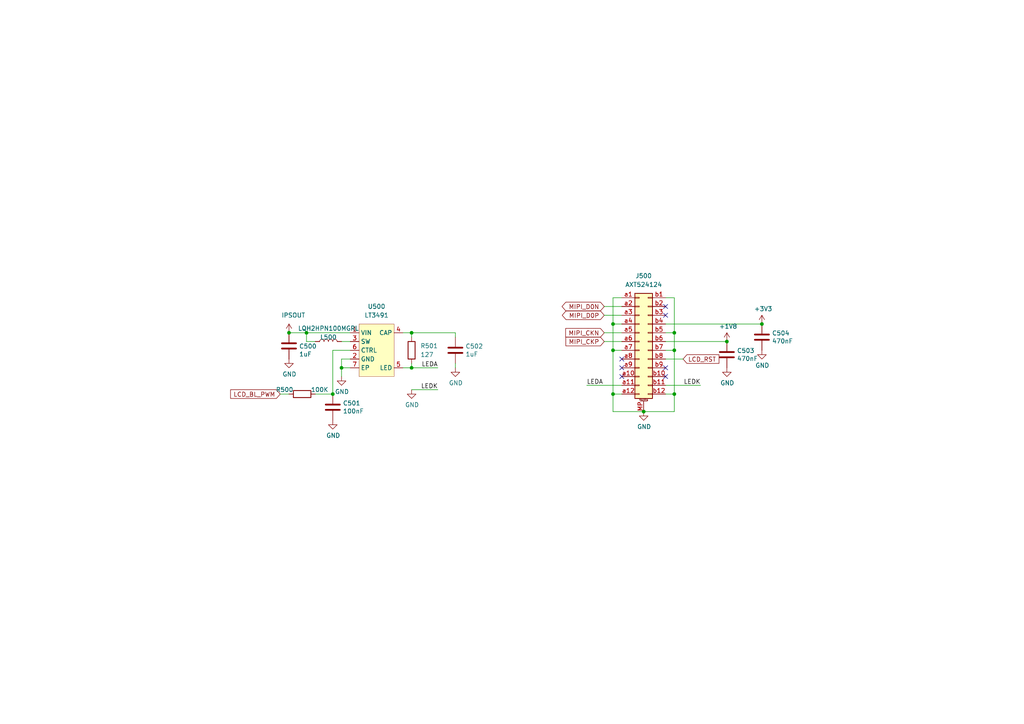
<source format=kicad_sch>
(kicad_sch (version 20210126) (generator eeschema)
  (paper "A4")
  (title_block (title "Fobu") (date "2021-02-17") (rev "0.3") (company "Wenting Zhang") (comment 1 "zephray@outlook.com"))
  (lib_symbols
    (symbol "Connector_Generic_MountingPin:Conn_02x12_Row_Letter_First_MountingPin" (pin_names (offset 1.016) hide)
      (property "Reference" "J" (at 1.27 15.24 0))
      (property "Value" "Conn_02x12_Row_Letter_First_MountingPin" (at 2.54 -17.78 0))
      (symbol "Conn_02x12_Row_Letter_First_MountingPin_1_1"
        (text "Mounting" (at 1.27 -16.891 0) (effects (font (size 0.381 0.381))))
        (rectangle (start -1.27 -15.113) (end 0 -15.367) (stroke (width 0.1524)))
        (rectangle (start -1.27 -12.573) (end 0 -12.827) (stroke (width 0.1524)))
        (rectangle (start -1.27 -10.033) (end 0 -10.287) (stroke (width 0.1524)))
        (rectangle (start -1.27 -7.493) (end 0 -7.747) (stroke (width 0.1524)))
        (rectangle (start -1.27 -4.953) (end 0 -5.207) (stroke (width 0.1524)))
        (rectangle (start -1.27 -2.413) (end 0 -2.667) (stroke (width 0.1524)))
        (rectangle (start -1.27 0.127) (end 0 -0.127) (stroke (width 0.1524)))
        (rectangle (start -1.27 2.667) (end 0 2.413) (stroke (width 0.1524)))
        (rectangle (start -1.27 5.207) (end 0 4.953) (stroke (width 0.1524)))
        (rectangle (start -1.27 7.747) (end 0 7.493) (stroke (width 0.1524)))
        (rectangle (start -1.27 10.287) (end 0 10.033) (stroke (width 0.1524)))
        (rectangle (start -1.27 12.827) (end 0 12.573) (stroke (width 0.1524)))
        (rectangle (start 3.81 -15.113) (end 2.54 -15.367) (stroke (width 0.1524)))
        (rectangle (start 3.81 -12.573) (end 2.54 -12.827) (stroke (width 0.1524)))
        (rectangle (start 3.81 -10.033) (end 2.54 -10.287) (stroke (width 0.1524)))
        (rectangle (start 3.81 -7.493) (end 2.54 -7.747) (stroke (width 0.1524)))
        (rectangle (start 3.81 -4.953) (end 2.54 -5.207) (stroke (width 0.1524)))
        (rectangle (start 3.81 -2.413) (end 2.54 -2.667) (stroke (width 0.1524)))
        (rectangle (start 3.81 0.127) (end 2.54 -0.127) (stroke (width 0.1524)))
        (rectangle (start 3.81 2.667) (end 2.54 2.413) (stroke (width 0.1524)))
        (rectangle (start 3.81 5.207) (end 2.54 4.953) (stroke (width 0.1524)))
        (rectangle (start 3.81 7.747) (end 2.54 7.493) (stroke (width 0.1524)))
        (rectangle (start 3.81 10.287) (end 2.54 10.033) (stroke (width 0.1524)))
        (rectangle (start 3.81 12.827) (end 2.54 12.573) (stroke (width 0.1524)))
        (rectangle (start -1.27 13.97) (end 3.81 -16.51) (stroke (width 0.254)) (fill (type background)))
        (polyline (pts (xy 0.254 -17.272) (xy 2.286 -17.272)) (stroke (width 0.1524)))
        (pin passive line (at 1.27 -20.32 90) (length 3.048) (name "MountPin") (number "MP"))
        (pin passive line (at -5.08 12.7 0) (length 3.81) (name "Pin_a1") (number "a1"))
        (pin passive line (at -5.08 -10.16 0) (length 3.81) (name "Pin_a10") (number "a10"))
        (pin passive line (at -5.08 -12.7 0) (length 3.81) (name "Pin_a11") (number "a11"))
        (pin passive line (at -5.08 -15.24 0) (length 3.81) (name "Pin_a12") (number "a12"))
        (pin passive line (at -5.08 10.16 0) (length 3.81) (name "Pin_a2") (number "a2"))
        (pin passive line (at -5.08 7.62 0) (length 3.81) (name "Pin_a3") (number "a3"))
        (pin passive line (at -5.08 5.08 0) (length 3.81) (name "Pin_a4") (number "a4"))
        (pin passive line (at -5.08 2.54 0) (length 3.81) (name "Pin_a5") (number "a5"))
        (pin passive line (at -5.08 0 0) (length 3.81) (name "Pin_a6") (number "a6"))
        (pin passive line (at -5.08 -2.54 0) (length 3.81) (name "Pin_a7") (number "a7"))
        (pin passive line (at -5.08 -5.08 0) (length 3.81) (name "Pin_a8") (number "a8"))
        (pin passive line (at -5.08 -7.62 0) (length 3.81) (name "Pin_a9") (number "a9"))
        (pin passive line (at 7.62 12.7 180) (length 3.81) (name "Pin_b1") (number "b1"))
        (pin passive line (at 7.62 -10.16 180) (length 3.81) (name "Pin_b10") (number "b10"))
        (pin passive line (at 7.62 -12.7 180) (length 3.81) (name "Pin_b11") (number "b11"))
        (pin passive line (at 7.62 -15.24 180) (length 3.81) (name "Pin_b12") (number "b12"))
        (pin passive line (at 7.62 10.16 180) (length 3.81) (name "Pin_b2") (number "b2"))
        (pin passive line (at 7.62 7.62 180) (length 3.81) (name "Pin_b3") (number "b3"))
        (pin passive line (at 7.62 5.08 180) (length 3.81) (name "Pin_b4") (number "b4"))
        (pin passive line (at 7.62 2.54 180) (length 3.81) (name "Pin_b5") (number "b5"))
        (pin passive line (at 7.62 0 180) (length 3.81) (name "Pin_b6") (number "b6"))
        (pin passive line (at 7.62 -2.54 180) (length 3.81) (name "Pin_b7") (number "b7"))
        (pin passive line (at 7.62 -5.08 180) (length 3.81) (name "Pin_b8") (number "b8"))
        (pin passive line (at 7.62 -7.62 180) (length 3.81) (name "Pin_b9") (number "b9"))
      )
    )
    (symbol "Device:C" (pin_numbers hide) (pin_names (offset 0.254))
      (property "Reference" "C" (at 0.635 2.54 0))
      (property "Value" "C" (at 0.635 -2.54 0))
      (symbol "C_0_1"
        (polyline (pts (xy -2.032 -0.762) (xy 2.032 -0.762)) (stroke (width 0.508)))
        (polyline (pts (xy -2.032 0.762) (xy 2.032 0.762)) (stroke (width 0.508)))
      )
      (symbol "C_1_1"
        (pin passive line (at 0 3.81 270) (length 2.794) (name "~") (number "1"))
        (pin passive line (at 0 -3.81 90) (length 2.794) (name "~") (number "2"))
      )
    )
    (symbol "Device:L" (pin_numbers hide) (pin_names (offset 1.016) hide)
      (property "Reference" "L" (at -1.27 0 90))
      (property "Value" "L" (at 1.905 0 90))
      (symbol "L_0_1"
        (arc (start 0 -2.54) (end 0 -1.27) (radius (at 0 -1.905) (length 0.635) (angles -89.9 89.9)))
        (arc (start 0 -1.27) (end 0 0) (radius (at 0 -0.635) (length 0.635) (angles -89.9 89.9)))
        (arc (start 0 0) (end 0 1.27) (radius (at 0 0.635) (length 0.635) (angles -89.9 89.9)))
        (arc (start 0 1.27) (end 0 2.54) (radius (at 0 1.905) (length 0.635) (angles -89.9 89.9)))
      )
      (symbol "L_1_1"
        (pin passive line (at 0 3.81 270) (length 1.27) (name "1") (number "1"))
        (pin passive line (at 0 -3.81 90) (length 1.27) (name "2") (number "2"))
      )
    )
    (symbol "Device:R" (pin_numbers hide) (pin_names (offset 0))
      (property "Reference" "R" (at 2.032 0 90))
      (property "Value" "R" (at 0 0 90))
      (symbol "R_0_1"
        (rectangle (start -1.016 -2.54) (end 1.016 2.54) (stroke (width 0.254)))
      )
      (symbol "R_1_1"
        (pin passive line (at 0 3.81 270) (length 1.27) (name "~") (number "1"))
        (pin passive line (at 0 -3.81 90) (length 1.27) (name "~") (number "2"))
      )
    )
    (symbol "power:+1V8" (power) (pin_names (offset 0))
      (property "Value" "+1V8" (at 0 3.556 0))
      (symbol "+1V8_0_1"
        (polyline (pts (xy -0.762 1.27) (xy 0 2.54)))
        (polyline (pts (xy 0 0) (xy 0 2.54)))
        (polyline (pts (xy 0 2.54) (xy 0.762 1.27)))
      )
      (symbol "+1V8_1_1"
        (pin power_in line (at 0 0 90) (length 0) hide (name "+1V8") (number "1"))
      )
    )
    (symbol "power:+3V3" (power) (pin_names (offset 0))
      (property "Value" "+3V3" (at 0 3.556 0))
      (symbol "+3V3_0_1"
        (polyline (pts (xy -0.762 1.27) (xy 0 2.54)))
        (polyline (pts (xy 0 0) (xy 0 2.54)))
        (polyline (pts (xy 0 2.54) (xy 0.762 1.27)))
      )
      (symbol "+3V3_1_1"
        (pin power_in line (at 0 0 90) (length 0) hide (name "+3V3") (number "1"))
      )
    )
    (symbol "power:GND" (power) (pin_names (offset 0))
      (property "Value" "GND" (at 0 -3.81 0))
      (symbol "GND_0_1"
        (polyline (pts (xy 0 0) (xy 0 -1.27) (xy 1.27 -1.27) (xy 0 -2.54) (xy -1.27 -1.27) (xy 0 -1.27)))
      )
      (symbol "GND_1_1"
        (pin power_in line (at 0 0 270) (length 0) hide (name "GND") (number "1"))
      )
    )
    (symbol "symbols:IPSOUT" (power) (pin_names (offset 0))
      (property "Value" "IPSOUT" (at 0 3.556 0))
      (symbol "IPSOUT_0_1"
        (polyline (pts (xy -0.762 1.27) (xy 0 2.54)))
        (polyline (pts (xy 0 0) (xy 0 2.54)))
        (polyline (pts (xy 0 2.54) (xy 0.762 1.27)))
      )
      (symbol "IPSOUT_1_1"
        (pin power_in line (at 0 0 90) (length 0) hide (name "IPSOUT") (number "1"))
      )
    )
    (symbol "symbols:LT3491"
      (property "Reference" "U" (at 0 0 0))
      (property "Value" "LT3491" (at 0 -2.54 0))
      (symbol "LT3491_0_1"
        (rectangle (start -5.08 -5.08) (end 5.08 -20.32) (stroke (width 0.001)) (fill (type background)))
      )
      (symbol "LT3491_1_1"
        (pin input line (at -7.62 -7.62 0) (length 2.54) (name "VIN") (number "1"))
        (pin input line (at -7.62 -15.24 0) (length 2.54) (name "GND") (number "2"))
        (pin input line (at -7.62 -10.16 0) (length 2.54) (name "SW") (number "3"))
        (pin input line (at 7.62 -7.62 180) (length 2.54) (name "CAP") (number "4"))
        (pin input line (at 7.62 -17.78 180) (length 2.54) (name "LED") (number "5"))
        (pin input line (at -7.62 -12.7 0) (length 2.54) (name "CTRL") (number "6"))
        (pin input line (at -7.62 -17.78 0) (length 2.54) (name "EP") (number "7"))
      )
    )
  )
  (junction (at 83.82 96.52) (diameter 0.9144))
  (junction (at 88.9 96.52) (diameter 0.9144))
  (junction (at 96.52 114.3) (diameter 0.9144))
  (junction (at 99.06 106.68) (diameter 0.9144))
  (junction (at 119.38 96.52) (diameter 0.9144))
  (junction (at 119.38 106.68) (diameter 0.9144))
  (junction (at 177.8 93.98) (diameter 0.9144))
  (junction (at 177.8 101.6) (diameter 0.9144))
  (junction (at 177.8 114.3) (diameter 0.9144))
  (junction (at 186.69 119.38) (diameter 0.9144))
  (junction (at 195.58 96.52) (diameter 0.9144))
  (junction (at 195.58 101.6) (diameter 0.9144))
  (junction (at 195.58 114.3) (diameter 0.9144))
  (junction (at 210.82 99.06) (diameter 0.9144))
  (junction (at 220.98 93.98) (diameter 0.9144))
  (no_connect (at 180.34 104.14))
  (no_connect (at 180.34 106.68))
  (no_connect (at 180.34 109.22))
  (no_connect (at 193.04 88.9))
  (no_connect (at 193.04 91.44))
  (no_connect (at 193.04 106.68))
  (no_connect (at 193.04 109.22))
  (wire (pts (xy 81.28 114.3) (xy 83.82 114.3)))
  (wire (pts (xy 83.82 96.52) (xy 88.9 96.52)))
  (wire (pts (xy 88.9 96.52) (xy 101.6 96.52)))
  (wire (pts (xy 88.9 99.06) (xy 88.9 96.52)))
  (wire (pts (xy 91.44 99.06) (xy 88.9 99.06)))
  (wire (pts (xy 91.44 114.3) (xy 96.52 114.3)))
  (wire (pts (xy 96.52 101.6) (xy 101.6 101.6)))
  (wire (pts (xy 96.52 114.3) (xy 96.52 101.6)))
  (wire (pts (xy 99.06 99.06) (xy 101.6 99.06)))
  (wire (pts (xy 99.06 104.14) (xy 99.06 106.68)))
  (wire (pts (xy 99.06 106.68) (xy 99.06 109.22)))
  (wire (pts (xy 99.06 106.68) (xy 101.6 106.68)))
  (wire (pts (xy 101.6 104.14) (xy 99.06 104.14)))
  (wire (pts (xy 116.84 96.52) (xy 119.38 96.52)))
  (wire (pts (xy 119.38 96.52) (xy 119.38 97.79)))
  (wire (pts (xy 119.38 96.52) (xy 132.08 96.52)))
  (wire (pts (xy 119.38 105.41) (xy 119.38 106.68)))
  (wire (pts (xy 119.38 106.68) (xy 116.84 106.68)))
  (wire (pts (xy 119.38 113.03) (xy 127 113.03)))
  (wire (pts (xy 127 106.68) (xy 119.38 106.68)))
  (wire (pts (xy 132.08 96.52) (xy 132.08 97.79)))
  (wire (pts (xy 132.08 105.41) (xy 132.08 106.68)))
  (wire (pts (xy 170.18 111.76) (xy 180.34 111.76)))
  (wire (pts (xy 175.26 88.9) (xy 180.34 88.9)))
  (wire (pts (xy 175.26 91.44) (xy 180.34 91.44)))
  (wire (pts (xy 175.26 96.52) (xy 180.34 96.52)))
  (wire (pts (xy 175.26 99.06) (xy 180.34 99.06)))
  (wire (pts (xy 177.8 86.36) (xy 177.8 93.98)))
  (wire (pts (xy 177.8 93.98) (xy 177.8 101.6)))
  (wire (pts (xy 177.8 93.98) (xy 180.34 93.98)))
  (wire (pts (xy 177.8 101.6) (xy 177.8 114.3)))
  (wire (pts (xy 177.8 101.6) (xy 180.34 101.6)))
  (wire (pts (xy 177.8 114.3) (xy 177.8 119.38)))
  (wire (pts (xy 177.8 114.3) (xy 180.34 114.3)))
  (wire (pts (xy 177.8 119.38) (xy 186.69 119.38)))
  (wire (pts (xy 180.34 86.36) (xy 177.8 86.36)))
  (wire (pts (xy 193.04 86.36) (xy 195.58 86.36)))
  (wire (pts (xy 193.04 93.98) (xy 220.98 93.98)))
  (wire (pts (xy 193.04 96.52) (xy 195.58 96.52)))
  (wire (pts (xy 193.04 99.06) (xy 210.82 99.06)))
  (wire (pts (xy 193.04 101.6) (xy 195.58 101.6)))
  (wire (pts (xy 193.04 104.14) (xy 198.12 104.14)))
  (wire (pts (xy 193.04 111.76) (xy 203.2 111.76)))
  (wire (pts (xy 193.04 114.3) (xy 195.58 114.3)))
  (wire (pts (xy 195.58 86.36) (xy 195.58 96.52)))
  (wire (pts (xy 195.58 96.52) (xy 195.58 101.6)))
  (wire (pts (xy 195.58 101.6) (xy 195.58 114.3)))
  (wire (pts (xy 195.58 114.3) (xy 195.58 119.38)))
  (wire (pts (xy 195.58 119.38) (xy 186.69 119.38)))
  (label "LEDA" (at 127 106.68 180))
  (label "LEDK" (at 127 113.03 180))
  (label "LEDA" (at 170.18 111.76 0))
  (label "LEDK" (at 203.2 111.76 180))
  (global_label "LCD_BL_PWM" (shape input) (at 81.28 114.3 180) (property "Intersheet References" "${INTERSHEET_REFS}" (effects hide)))
  (global_label "MIPI_D0N" (shape bidirectional) (at 175.26 88.9 180) (property "Intersheet References" "${INTERSHEET_REFS}" (effects hide)))
  (global_label "MIPI_D0P" (shape bidirectional) (at 175.26 91.44 180) (property "Intersheet References" "${INTERSHEET_REFS}" (effects hide)))
  (global_label "MIPI_CKN" (shape input) (at 175.26 96.52 180) (property "Intersheet References" "${INTERSHEET_REFS}" (effects hide)))
  (global_label "MIPI_CKP" (shape input) (at 175.26 99.06 180) (property "Intersheet References" "${INTERSHEET_REFS}" (effects hide)))
  (global_label "LCD_RST" (shape input) (at 198.12 104.14 0) (property "Intersheet References" "${INTERSHEET_REFS}" (effects hide)))
  (symbol (lib_id "symbols:IPSOUT") (at 83.82 96.52 0) (unit 1)
    (property "Reference" "#PWR0224" (effects hide))
    (property "Value" "IPSOUT" (at 85.09 91.44 0))
  )
  (symbol (lib_id "power:+1V8") (at 210.82 99.06 0) (unit 1)
    (property "Reference" "#PWR0227" (effects hide))
    (property "Value" "+1V8" (at 211.201 94.6658 0))
  )
  (symbol (lib_id "power:+3V3") (at 220.98 93.98 0) (unit 1)
    (property "Reference" "#PWR0226" (effects hide))
    (property "Value" "+3V3" (at 221.361 89.5858 0))
  )
  (symbol (lib_id "power:GND") (at 83.82 104.14 0) (unit 1)
    (property "Reference" "#PWR0225" (effects hide))
    (property "Value" "GND" (at 83.947 108.5342 0))
  )
  (symbol (lib_id "power:GND") (at 96.52 121.92 0) (unit 1)
    (property "Reference" "#PWR0221" (effects hide))
    (property "Value" "GND" (at 96.647 126.3142 0))
  )
  (symbol (lib_id "power:GND") (at 99.06 109.22 0) (unit 1)
    (property "Reference" "#PWR0220" (effects hide))
    (property "Value" "GND" (at 99.187 113.6142 0))
  )
  (symbol (lib_id "power:GND") (at 119.38 113.03 0) (unit 1)
    (property "Reference" "#PWR0222" (effects hide))
    (property "Value" "GND" (at 119.507 117.4242 0))
  )
  (symbol (lib_id "power:GND") (at 132.08 106.68 0) (unit 1)
    (property "Reference" "#PWR0223" (effects hide))
    (property "Value" "GND" (at 132.207 111.0742 0))
  )
  (symbol (lib_id "power:GND") (at 186.69 119.38 0) (unit 1)
    (property "Reference" "#PWR0219" (effects hide))
    (property "Value" "GND" (at 186.817 123.7742 0))
  )
  (symbol (lib_id "power:GND") (at 210.82 106.68 0) (unit 1)
    (property "Reference" "#PWR0228" (effects hide))
    (property "Value" "GND" (at 210.947 111.0742 0))
  )
  (symbol (lib_id "power:GND") (at 220.98 101.6 0) (unit 1)
    (property "Reference" "#PWR0229" (effects hide))
    (property "Value" "GND" (at 221.107 105.9942 0))
  )
  (symbol (lib_id "Device:L") (at 95.25 99.06 90) (unit 1)
    (property "Reference" "L500" (at 95.25 97.79 90))
    (property "Value" "LQH2HPN100MGRL" (at 95.25 95.25 90))
    (property "Footprint" "Inductor_SMD:L_1008_2520Metric" (effects hide))
  )
  (symbol (lib_id "Device:R") (at 87.63 114.3 270) (unit 1)
    (property "Reference" "R500" (at 82.55 113.03 90))
    (property "Value" "100K" (at 92.71 113.03 90))
    (property "Footprint" "Resistor_SMD:R_0402_1005Metric" (effects hide))
  )
  (symbol (lib_id "Device:R") (at 119.38 101.6 0) (unit 1)
    (property "Reference" "R501" (at 121.92 100.33 0) (effects (justify left)))
    (property "Value" "127" (at 121.92 102.87 0) (effects (justify left)))
    (property "Footprint" "Resistor_SMD:R_0402_1005Metric" (effects hide))
  )
  (symbol (lib_id "Device:C") (at 83.82 100.33 0) (unit 1)
    (property "Reference" "C500" (at 86.741 100.432 0) (effects (justify left)))
    (property "Value" "1uF" (at 86.741 102.743 0) (effects (justify left)))
    (property "Footprint" "Capacitor_SMD:C_0402_1005Metric" (effects hide))
  )
  (symbol (lib_id "Device:C") (at 96.52 118.11 0) (unit 1)
    (property "Reference" "C501" (at 99.441 116.942 0) (effects (justify left)))
    (property "Value" "100nF" (at 99.441 119.253 0) (effects (justify left)))
    (property "Footprint" "Capacitor_SMD:C_0201_0603Metric" (effects hide))
  )
  (symbol (lib_id "Device:C") (at 132.08 101.6 0) (unit 1)
    (property "Reference" "C502" (at 135.001 100.432 0) (effects (justify left)))
    (property "Value" "1uF" (at 135.001 102.743 0) (effects (justify left)))
    (property "Footprint" "Capacitor_SMD:C_0402_1005Metric" (effects hide))
  )
  (symbol (lib_id "Device:C") (at 210.82 102.87 0) (unit 1)
    (property "Reference" "C503" (at 213.741 101.702 0) (effects (justify left)))
    (property "Value" "470nF" (at 213.741 104.013 0) (effects (justify left)))
    (property "Footprint" "Capacitor_SMD:C_0201_0603Metric" (effects hide))
  )
  (symbol (lib_id "Device:C") (at 220.98 97.79 0) (unit 1)
    (property "Reference" "C504" (at 223.901 96.622 0) (effects (justify left)))
    (property "Value" "470nF" (at 223.901 98.933 0) (effects (justify left)))
    (property "Footprint" "Capacitor_SMD:C_0201_0603Metric" (effects hide))
  )
  (symbol (lib_id "symbols:LT3491") (at 109.22 88.9 0) (unit 1)
    (property "Reference" "U500" (at 109.22 88.9 0))
    (property "Value" "LT3491" (at 109.22 91.44 0))
    (property "Footprint" "Package_DFN_QFN:DFN-6-1EP_2x2mm_P0.5mm_EP0.61x1.42mm" (effects hide))
    (property "Datasheet" "https://www.analog.com/media/en/technical-documentation/data-sheets/3491fa.pdf" (effects hide))
  )
  (symbol (lib_id "Connector_Generic_MountingPin:Conn_02x12_Row_Letter_First_MountingPin") (at 185.42 99.06 0) (unit 1)
    (property "Reference" "J500" (at 186.69 80.01 0))
    (property "Value" "AXT524124" (at 186.69 82.55 0))
    (property "Footprint" "footprint:AXT524124" (effects hide))
  )
)
</source>
